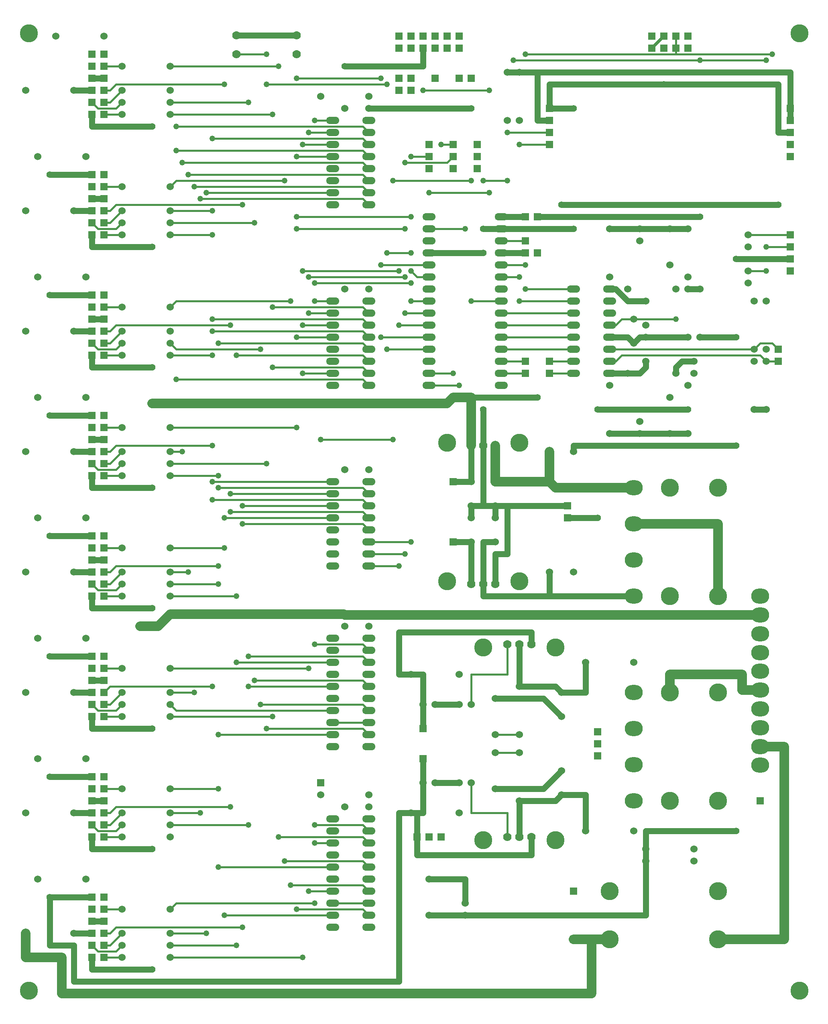
<source format=gbr>
G04 DesignSpark PCB Gerber Version 13.0 Build *
%FSLAX35Y35*%
%MOIN*%
%ADD71R,0.06000X0.06000*%
%ADD19C,0.01500*%
%ADD18C,0.02500*%
%ADD16C,0.04800*%
%ADD14C,0.05000*%
%ADD15C,0.05600*%
%ADD20C,0.06000*%
%ADD23C,0.07000*%
%ADD17C,0.08000*%
%ADD70C,0.15000*%
%ADD21O,0.11000X0.06000*%
%ADD22O,0.15000X0.12500*%
X0Y0D02*
D02*
D14*
X35250Y95250D02*
X70250D01*
X35250Y195250D02*
X70250D01*
X35250Y295250D02*
X70250D01*
X35250Y395250D02*
X70250D01*
X35250Y495250D02*
X70250D01*
X35250Y595250D02*
X70250D01*
X35250Y695250D02*
X70250D01*
X55250Y65250D02*
X70250D01*
X55250Y165250D02*
X70250D01*
X55250Y265250D02*
X70250D01*
X55250Y365250D02*
X70250D01*
X55250Y465250D02*
X70250D01*
X55250Y565250D02*
X70250D01*
X55250Y665250D02*
X70250D01*
X55250Y765250D02*
X70250D01*
Y545250D02*
Y535250D01*
X120250D01*
X70250Y575250D02*
X80250D01*
X70250Y645250D02*
Y635250D01*
X120250D01*
X70250Y675250D02*
X80250D01*
X70250Y775250D02*
X80250D01*
Y75250D02*
X70250D01*
X80250Y175250D02*
X70250D01*
X80250Y275250D02*
X70250D01*
X80250Y375250D02*
X70250D01*
X80250Y475250D02*
X70250D01*
X120250Y35250D02*
X70250D01*
Y45250D01*
X120250Y135250D02*
X70250D01*
Y145250D01*
X120250Y235250D02*
X70250D01*
Y245250D01*
X120250Y335250D02*
X70250D01*
Y345250D01*
X120250Y435250D02*
X70250D01*
Y445250D01*
X120250Y735250D02*
X70250D01*
Y745250D01*
X190250Y810998D02*
X240250D01*
X279650Y330250D02*
X280250Y329650D01*
Y785250D02*
X345250D01*
Y800250D01*
X300250Y750250D02*
X385250D01*
X335250Y165250D02*
X325250D01*
Y25250D01*
X55250D01*
Y55250D01*
X35250D01*
Y95250D01*
X335250Y280250D02*
X345250D01*
Y255250D01*
X340250Y145250D02*
Y165250D01*
X335250D01*
X345250Y190250D02*
Y165250D01*
X340250D01*
X345250Y210250D02*
Y190250D01*
Y255250D02*
Y235250D01*
X350250Y80250D02*
X380250D01*
X350250Y110250D02*
X380250D01*
Y90250D01*
X350250Y630250D02*
X395250D01*
X355250Y190250D02*
X375250D01*
X355250Y255250D02*
X375250D01*
X380250Y80250D02*
X530250D01*
Y125250D01*
X385250Y390250D02*
X370250D01*
X385250D02*
Y355250D01*
Y420250D02*
Y410250D01*
Y440250D02*
X370250D01*
X385250Y470250D02*
Y440250D01*
Y510250D02*
X440250D01*
X395250Y355250D02*
Y345250D01*
X450250D01*
X395250Y420250D02*
X385250D01*
X395250Y470250D02*
Y420250D01*
Y470250D02*
Y500250D01*
Y650250D02*
X410250D01*
X405250Y185250D02*
X445250D01*
X460250Y200250D01*
X405250Y260250D02*
X445250D01*
X460250Y245250D01*
X405250Y390250D02*
X395250D01*
Y355250D01*
X405250Y420250D02*
Y410250D01*
Y420250D02*
X395250D01*
X405250Y470250D02*
Y440250D01*
X410250Y630250D02*
X430250D01*
X410250Y650250D02*
X470250D01*
X410250Y660250D02*
X430250D01*
X415250Y420250D02*
X405250D01*
X415250D02*
Y380250D01*
X405250D01*
Y355250D01*
X415250Y780250D02*
X425250D01*
Y175250D02*
X455250D01*
X460250Y180250D01*
X425250Y175250D02*
Y145250D01*
Y270250D02*
X455250D01*
X460250Y265250D01*
X425250Y305250D02*
Y270250D01*
Y780250D02*
X440250D01*
X435250Y145250D02*
Y130250D01*
X340250D01*
Y145250D01*
X435250Y305250D02*
Y315250D01*
X325250D01*
Y280250D01*
X335250D01*
X440250Y660250D02*
X575250D01*
X440250Y780250D02*
X535250D01*
X450250Y345250D02*
Y365250D01*
Y740250D02*
X440250D01*
Y780250D01*
X450250Y750250D02*
Y770250D01*
X545250D01*
X460250Y180250D02*
X480250D01*
Y150250D01*
X460250Y670250D02*
X640250D01*
X465250Y420250D02*
X415250D01*
X470250Y465250D02*
Y470250D01*
X605250D01*
X470250Y750250D02*
X450250D01*
X480250Y290250D02*
Y265250D01*
X460250D01*
X490250Y410250D02*
X465250D01*
X500250Y480250D02*
X525250D01*
X500250Y530250D02*
X515250D01*
X500250Y600250D02*
X505250D01*
X515250Y590250D01*
X530250D01*
X500250Y650250D02*
X525250D01*
X515250Y530250D02*
X525250D01*
X530250Y535250D01*
Y540250D01*
X520250Y345250D02*
X450250D01*
X520250Y555250D02*
X515250Y560250D01*
X500250D01*
X525250Y480250D02*
X550250D01*
X525250Y650250D02*
X550250D01*
X530250Y135250D02*
Y125250D01*
Y560250D02*
X525250D01*
X520250Y555250D01*
X530250Y560250D02*
X565250D01*
X535250Y780250D02*
X650250D01*
Y750250D01*
X545250Y770250D02*
X640250D01*
Y730250D01*
X650250D01*
X550250Y480250D02*
X565250D01*
X550250Y650250D02*
X565250D01*
X555250Y530250D02*
Y535250D01*
X560250Y540250D01*
X570250D01*
X565250Y500250D02*
X490250D01*
X565250Y600250D02*
X575250D01*
Y560250D02*
X605250D01*
Y150250D02*
X530250D01*
Y135250D01*
X605250Y625250D02*
X650250D01*
X630250Y500250D02*
X620250D01*
X650250Y750250D02*
Y740250D01*
D02*
D15*
X35250Y95250D03*
Y195250D03*
Y295250D03*
Y395250D03*
Y495250D03*
Y595250D03*
Y695250D03*
X110250Y320250D03*
X120250Y35250D03*
Y135250D03*
Y235250D03*
Y335250D03*
Y435250D03*
Y505250D03*
Y535250D03*
Y635250D03*
Y735250D03*
X280250Y329650D03*
Y785250D03*
X290250Y505250D03*
X385250Y750250D03*
X395250Y500250D03*
Y630250D03*
Y650250D03*
X440250Y510250D03*
X460250Y670250D03*
X470250Y650250D03*
Y750250D03*
X475250Y329650D03*
X490250Y410250D03*
Y500250D03*
X545250Y770250D03*
X565250Y500250D03*
X575250Y660250D03*
X605250Y150250D03*
Y470250D03*
Y560250D03*
Y625250D03*
X640250Y670250D03*
D02*
D16*
X140250Y525250D03*
Y715250D03*
Y735250D03*
X145250Y465250D03*
Y705250D03*
X150250Y365250D03*
Y695250D03*
X155250Y265250D03*
Y685250D03*
X160250Y165250D03*
Y675250D03*
X165250Y65250D03*
Y680250D03*
X170250Y270250D03*
Y425250D03*
Y440250D03*
Y470250D03*
Y545250D03*
Y565250D03*
Y575250D03*
Y645250D03*
Y665250D03*
Y725250D03*
X175250Y120250D03*
Y185250D03*
Y230250D03*
Y355250D03*
Y370250D03*
Y435250D03*
Y445250D03*
Y555250D03*
X180250Y80250D03*
Y385250D03*
Y410250D03*
Y770250D03*
X185250Y170250D03*
Y415250D03*
Y430250D03*
Y570250D03*
X190250Y55250D03*
Y290250D03*
Y345250D03*
Y545250D03*
X195250Y70250D03*
Y405250D03*
Y420250D03*
Y670250D03*
X200250Y155250D03*
Y270250D03*
Y295250D03*
Y755250D03*
X205250Y275250D03*
Y655250D03*
X210250Y255250D03*
Y550250D03*
X215250Y235250D03*
Y455250D03*
Y770250D03*
Y795250D03*
X220250Y245250D03*
Y535250D03*
Y585250D03*
Y745250D03*
X225250Y145250D03*
Y785250D03*
X230250Y125250D03*
Y690250D03*
X235250Y105250D03*
Y590250D03*
X240250Y85250D03*
Y485250D03*
Y560250D03*
Y650250D03*
Y660250D03*
Y710250D03*
Y775250D03*
X245250Y45250D03*
Y530250D03*
Y570250D03*
Y615250D03*
Y720250D03*
X250250Y100250D03*
Y285250D03*
Y580250D03*
Y610250D03*
Y730250D03*
X255250Y90250D03*
Y140250D03*
Y155250D03*
Y305250D03*
Y590250D03*
Y605250D03*
Y740250D03*
X260250Y475250D03*
X310250Y560250D03*
Y620250D03*
Y775250D03*
X315250Y550250D03*
Y630250D03*
Y770250D03*
X320250Y475250D03*
Y690250D03*
X325250Y370250D03*
Y570250D03*
Y615250D03*
X330250Y380250D03*
Y580250D03*
Y610250D03*
Y650250D03*
Y705250D03*
X335250Y390250D03*
Y590250D03*
Y605250D03*
Y615250D03*
Y630250D03*
Y660250D03*
Y710250D03*
X345250Y765250D03*
X350250Y680250D03*
X360250Y720250D03*
X370250Y530250D03*
X375250Y520250D03*
X380250Y650250D03*
X385250Y590250D03*
Y690250D03*
X395250D03*
X400250Y680250D03*
Y765250D03*
X415250Y690250D03*
Y730250D03*
X420250Y790250D03*
X425250Y590250D03*
Y610250D03*
Y720250D03*
X430250Y600250D03*
Y620250D03*
Y795250D03*
X535250Y780250D03*
X555250Y575250D03*
X575250Y790250D03*
X630250Y615250D03*
Y635250D03*
Y790250D03*
X635250Y795250D03*
D02*
D17*
X15250Y65250D02*
Y45250D01*
X45250D01*
Y15250D01*
X485250D01*
Y60250D01*
X110250Y320250D02*
X125250D01*
X135250Y330250D01*
X279650D01*
X290250Y505250D02*
X120250D01*
X385250Y510250D02*
Y470250D01*
Y510250D02*
X370250D01*
X365250Y505250D01*
X290250D01*
X405250Y440250D02*
X450250D01*
X405250Y470250D02*
Y440250D01*
X450250D02*
Y465250D01*
X470250Y60250D02*
X485250D01*
X475250Y329650D02*
X280250D01*
X485250Y60250D02*
X500250D01*
X520250Y405250D02*
X590250D01*
Y345250D01*
X520250Y435250D02*
X455250D01*
X450250Y440250D01*
X625250Y220450D02*
X645250D01*
Y60250D01*
X590250D01*
X625250Y267250D02*
X610250D01*
Y280250D01*
X550250D01*
Y265250D01*
X625250Y329650D02*
X475250D01*
D02*
D18*
X535250Y800250D02*
X545250Y810250D01*
D02*
D19*
X70250Y55250D02*
X75250Y50250D01*
X90250D01*
X95250Y55250D01*
X70250Y155250D02*
X75250Y150250D01*
X90250D01*
X95250Y155250D01*
X70250Y255250D02*
X75250Y250250D01*
X90250D01*
X95250Y255250D01*
X70250Y355250D02*
X75250Y350250D01*
X90250D01*
X95250Y355250D01*
X70250Y455250D02*
X75250Y450250D01*
X90250D01*
X95250Y455250D01*
X70250Y555250D02*
X75250Y550250D01*
X90250D01*
X95250Y555250D01*
X70250Y655250D02*
X75250Y650250D01*
X90250D01*
X95250Y655250D01*
X70250Y755250D02*
X75250Y750250D01*
X90250D01*
X95250Y755250D01*
X80250Y45250D02*
X95250D01*
X80250Y55250D02*
X85250D01*
X95250Y65250D01*
X80250Y85250D02*
X95250D01*
X80250Y145250D02*
X95250D01*
X80250Y155250D02*
X85250D01*
X95250Y165250D01*
X80250Y185250D02*
X95250D01*
X80250Y245250D02*
X95250D01*
X80250Y255250D02*
X85250D01*
X95250Y265250D01*
X80250Y285250D02*
X95250D01*
X80250Y345250D02*
X95250D01*
X80250Y355250D02*
X85250D01*
X95250Y365250D01*
X80250Y385250D02*
X95250D01*
X80250Y445250D02*
X95250D01*
X80250Y455250D02*
X85250D01*
X95250Y465250D01*
X80250Y485250D02*
X95250D01*
X80250Y545250D02*
X95250D01*
X80250Y555250D02*
X85250D01*
X95250Y565250D01*
X80250Y585250D02*
X95250D01*
X80250Y645250D02*
X95250D01*
X80250Y655250D02*
X85250D01*
X95250Y665250D01*
X80250D02*
X85250D01*
X90250Y670250D01*
X195250D01*
X80250Y685250D02*
X95250D01*
X80250Y745250D02*
X95250D01*
X80250Y755250D02*
X85250D01*
X95250Y765250D01*
X80250D02*
X85250D01*
X90250Y770250D01*
X180250D01*
X80250Y785250D02*
X95250D01*
X135250Y185250D02*
X175250D01*
X135250Y785250D02*
X225250D01*
X145250Y465250D02*
X135250D01*
X150250Y365250D02*
X135250D01*
X155250Y265250D02*
X135250D01*
X160250Y165250D02*
X135250D01*
X165250Y65250D02*
X135250D01*
X170250Y270250D02*
X85250D01*
X80250Y265250D01*
X170250Y470250D02*
X90250D01*
X85250Y465250D01*
X80250D01*
X170250Y545250D02*
X135250D01*
X170250Y645250D02*
X135250D01*
X170250Y665250D02*
X135250D01*
X175250Y355250D02*
X135250D01*
X175250Y370250D02*
X90250D01*
X85250Y365250D01*
X80250D01*
X175250Y445250D02*
X135250D01*
X180250Y385250D02*
X135250D01*
X180250Y410250D02*
X270250D01*
X185250Y170250D02*
X90250D01*
X85250Y165250D01*
X80250D01*
X185250Y570250D02*
X90250D01*
X85250Y565250D01*
X80250D01*
X190250Y55250D02*
X135250D01*
X190250Y345250D02*
X135250D01*
X190250Y795250D02*
X215250D01*
X195250Y70250D02*
X90250D01*
X85250Y65250D01*
X80250D01*
X195250Y420250D02*
X270250D01*
X200250Y155250D02*
X135250D01*
X200250Y755250D02*
X135250D01*
X205250Y655250D02*
X135250D01*
X210250Y550250D02*
X140250D01*
X135250Y555250D01*
X215250Y455250D02*
X135250D01*
X215250Y770250D02*
X235250D01*
X220250Y245250D02*
X135250D01*
X220250Y745250D02*
X135250D01*
X230250Y690250D02*
X140250D01*
X135250Y685250D01*
X235250Y590250D02*
X140250D01*
X135250Y585250D01*
X240250Y485250D02*
X135250D01*
X240250Y560250D02*
X270250D01*
X240250Y710250D02*
X270250D01*
X245250Y45250D02*
X135250D01*
X245250Y570250D02*
X270250D01*
X245250Y720250D02*
X270250D01*
X250250Y285250D02*
X135250D01*
X250250Y580250D02*
X270250D01*
X250250Y730250D02*
X270250D01*
X255250Y90250D02*
X140250D01*
X135250Y85250D01*
X255250Y590250D02*
X270250D01*
X260250Y475250D02*
X320250D01*
X270250Y80250D02*
X180250D01*
X270250Y90250D02*
X300250D01*
X270250Y100250D02*
X250250D01*
X270250Y120250D02*
X175250D01*
X270250Y140250D02*
X255250D01*
X270250Y230250D02*
X175250D01*
X270250Y240250D02*
X300250D01*
X270250Y250250D02*
X140250D01*
X135250Y255250D01*
X270250Y270250D02*
X200250D01*
X270250Y290250D02*
X190250D01*
X270250Y430250D02*
X185250D01*
X270250Y440250D02*
X170250D01*
X270250Y530250D02*
X245250D01*
X270250Y680250D02*
X165250D01*
X270250Y740250D02*
X255250D01*
X300250Y80250D02*
X295250Y85250D01*
X240250D01*
X300250Y100250D02*
X295250Y105250D01*
X235250D01*
X300250Y120250D02*
X295250Y125250D01*
X230250D01*
X300250Y140250D02*
X295250Y145250D01*
X225250D01*
X300250Y150250D02*
X295250Y155250D01*
X255250D01*
X300250Y230250D02*
X295250Y235250D01*
X215250D01*
X300250Y250250D02*
X295250Y255250D01*
X210250D01*
X300250Y270250D02*
X295250Y275250D01*
X205250D01*
X300250Y290250D02*
X295250Y295250D01*
X200250D01*
X300250Y300250D02*
X295250Y305250D01*
X255250D01*
X300250Y400250D02*
X295250Y405250D01*
X195250D01*
X300250Y410250D02*
X295250Y415250D01*
X185250D01*
X300250Y420250D02*
X295250Y425250D01*
X170250D01*
X300250Y430250D02*
X295250Y435250D01*
X175250D01*
X300250Y520250D02*
X295250Y525250D01*
X140250D01*
X300250Y530250D02*
X295250Y535250D01*
X220250D01*
X300250Y540250D02*
X295250Y545250D01*
X190250D01*
X300250Y550250D02*
X295250Y555250D01*
X175250D01*
X300250Y560250D02*
X295250Y565250D01*
X170250D01*
X300250Y570250D02*
X295250Y575250D01*
X170250D01*
X300250Y580250D02*
X295250Y585250D01*
X220250D01*
X300250Y670250D02*
X295250Y675250D01*
X160250D01*
X300250Y680250D02*
X295250Y685250D01*
X155250D01*
X300250Y690250D02*
X295250Y695250D01*
X150250D01*
X300250Y700250D02*
X295250Y705250D01*
X145250D01*
X300250Y710250D02*
X295250Y715250D01*
X140250D01*
X300250Y720250D02*
X295250Y725250D01*
X170250D01*
X300250Y730250D02*
X295250Y735250D01*
X140250D01*
X310250Y775250D02*
X240250D01*
X315250Y770250D02*
X235250D01*
X320250Y690250D02*
X385250D01*
X325250Y370250D02*
X300250D01*
X325250Y615250D02*
X245250D01*
X330250Y380250D02*
X300250D01*
X330250Y610250D02*
X250250D01*
X330250Y650250D02*
X240250D01*
X335250Y390250D02*
X300250D01*
X335250Y605250D02*
X255250D01*
X335250Y630250D02*
X315250D01*
X335250Y660250D02*
X240250D01*
X345250Y765250D02*
X400250D01*
X350250Y550250D02*
X315250D01*
X350250Y560250D02*
X310250D01*
X350250Y570250D02*
X325250D01*
X350250Y580250D02*
X330250D01*
X350250Y590250D02*
X335250D01*
X350250Y610250D02*
X340250D01*
X335250Y615250D01*
X350250Y620250D02*
X310250D01*
X350250Y680250D02*
X400250D01*
X350250Y710250D02*
X335250D01*
X370250Y530250D02*
X350250D01*
X370250Y710250D02*
X365250Y705250D01*
X330250D01*
X370250Y720250D02*
X360250D01*
X375250Y520250D02*
X350250D01*
X380250Y650250D02*
X350250D01*
X385250Y590250D02*
X410250D01*
X405250Y215250D02*
X425250D01*
X405250Y230250D02*
X425250D01*
X410250Y530250D02*
X430250D01*
X410250Y540250D02*
X430250D01*
X410250Y550250D02*
X470250D01*
X410250Y560250D02*
X470250D01*
X410250Y570250D02*
X470250D01*
X410250Y580250D02*
X470250D01*
X410250Y610250D02*
X425250D01*
X410250Y620250D02*
X430250D01*
X410250Y640250D02*
X430250D01*
X415250Y145250D02*
Y165250D01*
X385250D01*
Y190250D01*
X415250Y305250D02*
Y280250D01*
X385250D01*
Y255250D01*
X415250Y690250D02*
X395250D01*
X420250Y790250D02*
X575250D01*
X425250Y590250D02*
X470250D01*
X430250Y600250D02*
X470250D01*
X430250Y795250D02*
X555250D01*
X450250Y530250D02*
X470250D01*
X450250Y540250D02*
X470250D01*
X450250Y720250D02*
X425250D01*
X450250Y730250D02*
X415250D01*
X500250Y540250D02*
X505250D01*
X510250Y545250D01*
X625250D01*
X630250Y540250D01*
X500250Y550250D02*
X620250D01*
X500250Y570250D02*
X505250D01*
X510250Y575250D01*
X520250D01*
X555250D02*
X520250D01*
X555250Y795250D02*
X635250D01*
X555250D02*
Y800250D01*
Y810250D02*
Y800250D01*
X575250Y790250D02*
X630250D01*
X615250Y615250D02*
X630250D01*
X615250Y645250D02*
X650250D01*
X620250Y550250D02*
X625250Y555250D01*
X635250D01*
X640250Y550250D01*
X630250Y540250D02*
X640250D01*
X630250Y635250D02*
X650250D01*
D02*
D70*
X17750Y17750D03*
Y812750D03*
X365250Y357750D03*
Y472750D03*
X395250Y142750D03*
Y302750D03*
X425250Y357750D03*
Y472750D03*
X455250Y142750D03*
Y302750D03*
X500250Y60250D03*
Y100250D03*
X550250Y175250D03*
Y265250D03*
Y345250D03*
Y435250D03*
X590250Y60250D03*
Y100250D03*
Y175250D03*
Y265250D03*
Y345250D03*
Y435250D03*
X657750Y17750D03*
Y812750D03*
D02*
D71*
X70250Y45250D03*
Y55250D03*
Y65250D03*
Y75250D03*
Y85250D03*
Y95250D03*
Y145250D03*
Y155250D03*
Y165250D03*
Y175250D03*
Y185250D03*
Y195250D03*
Y245250D03*
Y255250D03*
Y265250D03*
Y275250D03*
Y285250D03*
Y295250D03*
Y345250D03*
Y355250D03*
Y365250D03*
Y375250D03*
Y385250D03*
Y395250D03*
Y445250D03*
Y455250D03*
Y465250D03*
Y475250D03*
Y485250D03*
Y495250D03*
Y545250D03*
Y555250D03*
Y565250D03*
Y575250D03*
Y585250D03*
Y595250D03*
Y645250D03*
Y655250D03*
Y665250D03*
Y675250D03*
Y685250D03*
Y695250D03*
Y745250D03*
Y755250D03*
Y765250D03*
Y775250D03*
Y785250D03*
Y795250D03*
X80250Y45250D03*
Y55250D03*
Y65250D03*
Y75250D03*
Y85250D03*
Y95250D03*
Y145250D03*
Y155250D03*
Y165250D03*
Y175250D03*
Y185250D03*
Y195250D03*
Y245250D03*
Y255250D03*
Y265250D03*
Y275250D03*
Y285250D03*
Y295250D03*
Y345250D03*
Y355250D03*
Y365250D03*
Y375250D03*
Y385250D03*
Y395250D03*
Y445250D03*
Y455250D03*
Y465250D03*
Y475250D03*
Y485250D03*
Y495250D03*
Y545250D03*
Y555250D03*
Y565250D03*
Y575250D03*
Y585250D03*
Y595250D03*
Y645250D03*
Y655250D03*
Y665250D03*
Y675250D03*
Y685250D03*
Y695250D03*
Y745250D03*
Y755250D03*
Y765250D03*
Y775250D03*
Y785250D03*
Y795250D03*
X260250Y190250D03*
X325250Y765250D03*
Y775250D03*
Y800250D03*
Y810250D03*
X335250Y765250D03*
Y775250D03*
Y800250D03*
Y810250D03*
X340250Y145250D03*
X345250Y210250D03*
Y235250D03*
Y800250D03*
Y810250D03*
X350250Y145250D03*
Y700250D03*
Y710250D03*
Y720250D03*
X355250Y775250D03*
Y800250D03*
Y810250D03*
X360250Y145250D03*
X365250Y800250D03*
Y810250D03*
X370250Y390250D03*
Y440250D03*
Y700250D03*
Y710250D03*
Y720250D03*
X375250Y775250D03*
Y800250D03*
Y810250D03*
X385250Y775250D03*
X390250Y700250D03*
Y710250D03*
Y720250D03*
X430250Y530250D03*
Y540250D03*
Y630250D03*
Y640250D03*
Y660250D03*
X440250Y630250D03*
Y660250D03*
X450250Y530250D03*
Y540250D03*
Y720250D03*
Y730250D03*
Y740250D03*
Y750250D03*
X465250Y410250D03*
Y420250D03*
X470250Y60250D03*
Y100250D03*
X490250Y212750D03*
Y222750D03*
Y232750D03*
X535250Y800250D03*
Y810250D03*
X545250Y800250D03*
Y810250D03*
X555250Y800250D03*
Y810250D03*
X565250Y800250D03*
Y810250D03*
X625250Y175250D03*
X640250Y540250D03*
Y550250D03*
X650250Y615250D03*
Y625250D03*
Y635250D03*
Y645250D03*
Y710250D03*
Y720250D03*
Y730250D03*
Y740250D03*
Y750250D03*
D02*
D20*
X15250Y65250D03*
Y165250D03*
Y265250D03*
Y365250D03*
Y465250D03*
Y565250D03*
Y665250D03*
Y765250D03*
X25250Y110250D03*
Y210250D03*
Y310250D03*
Y410250D03*
Y510250D03*
Y610250D03*
Y710250D03*
X40250Y810250D03*
X55250Y65250D03*
Y165250D03*
Y265250D03*
Y365250D03*
Y465250D03*
Y565250D03*
Y665250D03*
Y765250D03*
X65250Y110250D03*
Y210250D03*
Y310250D03*
Y410250D03*
Y510250D03*
Y610250D03*
Y710250D03*
X80250Y810250D03*
X95250Y45250D03*
Y55250D03*
Y65250D03*
Y85250D03*
Y145250D03*
Y155250D03*
Y165250D03*
Y185250D03*
Y245250D03*
Y255250D03*
Y265250D03*
Y285250D03*
Y345250D03*
Y355250D03*
Y365250D03*
Y385250D03*
Y445250D03*
Y455250D03*
Y465250D03*
Y485250D03*
Y545250D03*
Y555250D03*
Y565250D03*
Y585250D03*
Y645250D03*
Y655250D03*
Y665250D03*
Y685250D03*
Y745250D03*
Y755250D03*
Y765250D03*
Y785250D03*
X135250Y45250D03*
Y55250D03*
Y65250D03*
Y85250D03*
Y145250D03*
Y155250D03*
Y165250D03*
Y185250D03*
Y245250D03*
Y255250D03*
Y265250D03*
Y285250D03*
Y345250D03*
Y355250D03*
Y365250D03*
Y385250D03*
Y445250D03*
Y455250D03*
Y465250D03*
Y485250D03*
Y545250D03*
Y555250D03*
Y565250D03*
Y585250D03*
Y645250D03*
Y655250D03*
Y665250D03*
Y685250D03*
Y745250D03*
Y755250D03*
Y765250D03*
Y785250D03*
X260250Y180250D03*
Y760250D03*
X280250Y170250D03*
Y320250D03*
Y450250D03*
Y600250D03*
Y750250D03*
X300250Y170250D03*
Y180250D03*
Y320250D03*
Y450250D03*
Y600250D03*
Y750250D03*
Y760250D03*
X335250Y165250D03*
Y280250D03*
X345250Y190250D03*
Y255250D03*
X350250Y80250D03*
Y110250D03*
X355250Y190250D03*
Y255250D03*
X375250Y165250D03*
Y190250D03*
Y255250D03*
Y280250D03*
X380250Y80250D03*
Y90250D03*
X385250Y190250D03*
Y255250D03*
Y390250D03*
Y410250D03*
Y420250D03*
Y440250D03*
X405250Y185250D03*
Y215250D03*
Y230250D03*
Y260250D03*
Y390250D03*
Y410250D03*
Y420250D03*
Y440250D03*
X415250Y740250D03*
Y780250D03*
X425250Y175250D03*
Y215250D03*
Y230250D03*
Y270250D03*
Y740250D03*
Y780250D03*
X450250Y365250D03*
Y465250D03*
X460250Y180250D03*
Y200250D03*
Y245250D03*
Y265250D03*
X470250Y365250D03*
Y465250D03*
X480250Y150250D03*
Y290250D03*
X500250Y480250D03*
Y520250D03*
Y610250D03*
Y650250D03*
X515250Y530250D03*
Y600250D03*
X520250Y150250D03*
Y290250D03*
Y555250D03*
Y575250D03*
X525250Y480250D03*
Y490250D03*
Y640250D03*
Y650250D03*
X530250Y125250D03*
Y135250D03*
Y540250D03*
Y560250D03*
Y570250D03*
Y590250D03*
X550250Y480250D03*
Y510250D03*
Y620250D03*
Y650250D03*
X555250Y530250D03*
Y600250D03*
X565250Y480250D03*
Y520250D03*
Y560250D03*
Y600250D03*
Y610250D03*
Y650250D03*
X570250Y125250D03*
Y135250D03*
Y530250D03*
Y540250D03*
X575250Y560250D03*
Y600250D03*
X615250Y605250D03*
Y615250D03*
Y635250D03*
Y645250D03*
X620250Y500250D03*
Y540250D03*
Y550250D03*
Y590250D03*
X630250Y500250D03*
Y540250D03*
Y550250D03*
Y590250D03*
D02*
D21*
X270250Y70250D03*
Y80250D03*
Y90250D03*
Y100250D03*
Y110250D03*
Y120250D03*
Y130250D03*
Y140250D03*
Y150250D03*
Y160250D03*
Y220250D03*
Y230250D03*
Y240250D03*
Y250250D03*
Y260250D03*
Y270250D03*
Y280250D03*
Y290250D03*
Y300250D03*
Y310250D03*
Y370250D03*
Y380250D03*
Y390250D03*
Y400250D03*
Y410250D03*
Y420250D03*
Y430250D03*
Y440250D03*
Y520250D03*
Y530250D03*
Y540250D03*
Y550250D03*
Y560250D03*
Y570250D03*
Y580250D03*
Y590250D03*
Y670250D03*
Y680250D03*
Y690250D03*
Y700250D03*
Y710250D03*
Y720250D03*
Y730250D03*
Y740250D03*
X300250Y70250D03*
Y80250D03*
Y90250D03*
Y100250D03*
Y110250D03*
Y120250D03*
Y130250D03*
Y140250D03*
Y150250D03*
Y160250D03*
Y220250D03*
Y230250D03*
Y240250D03*
Y250250D03*
Y260250D03*
Y270250D03*
Y280250D03*
Y290250D03*
Y300250D03*
Y310250D03*
Y370250D03*
Y380250D03*
Y390250D03*
Y400250D03*
Y410250D03*
Y420250D03*
Y430250D03*
Y440250D03*
Y520250D03*
Y530250D03*
Y540250D03*
Y550250D03*
Y560250D03*
Y570250D03*
Y580250D03*
Y590250D03*
Y670250D03*
Y680250D03*
Y690250D03*
Y700250D03*
Y710250D03*
Y720250D03*
Y730250D03*
Y740250D03*
X350250Y520250D03*
Y530250D03*
Y540250D03*
Y550250D03*
Y560250D03*
Y570250D03*
Y580250D03*
Y590250D03*
Y600250D03*
Y610250D03*
Y620250D03*
Y630250D03*
Y640250D03*
Y650250D03*
Y660250D03*
X410250Y520250D03*
Y530250D03*
Y540250D03*
Y550250D03*
Y560250D03*
Y570250D03*
Y580250D03*
Y590250D03*
Y600250D03*
Y610250D03*
Y620250D03*
Y630250D03*
Y640250D03*
Y650250D03*
Y660250D03*
X470250Y530250D03*
Y540250D03*
Y550250D03*
Y560250D03*
Y570250D03*
Y580250D03*
Y590250D03*
Y600250D03*
X500250Y530250D03*
Y540250D03*
Y550250D03*
Y560250D03*
Y570250D03*
Y580250D03*
Y590250D03*
Y600250D03*
D02*
D22*
X520250Y175250D03*
Y205250D03*
Y235250D03*
Y265250D03*
Y345250D03*
Y375250D03*
Y405250D03*
Y435250D03*
X625250Y204850D03*
Y220450D03*
Y236050D03*
Y251650D03*
Y267250D03*
Y282850D03*
Y298450D03*
Y314050D03*
Y329650D03*
Y345250D03*
D02*
D23*
X190250Y795250D03*
Y810998D03*
X240250Y795250D03*
Y810998D03*
X385250Y355250D03*
Y470250D03*
X395250Y355250D03*
Y470250D03*
X405250Y355250D03*
Y470250D03*
X415250Y145250D03*
Y305250D03*
X425250Y145250D03*
Y305250D03*
X435250Y145250D03*
Y305250D03*
X0Y0D02*
M02*

</source>
